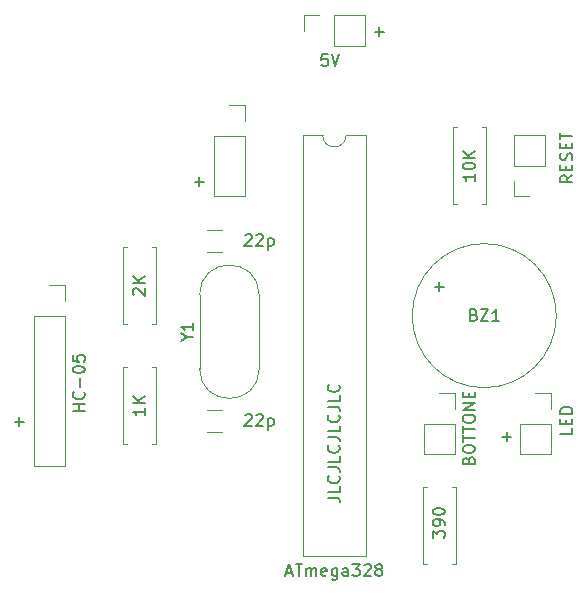
<source format=gbr>
%TF.GenerationSoftware,KiCad,Pcbnew,(5.1.6)-1*%
%TF.CreationDate,2021-01-23T20:41:05+01:00*%
%TF.ProjectId,Ricevitore-Trasmettitore_ATMega328,52696365-7669-4746-9f72-652d54726173,rev?*%
%TF.SameCoordinates,Original*%
%TF.FileFunction,Legend,Top*%
%TF.FilePolarity,Positive*%
%FSLAX46Y46*%
G04 Gerber Fmt 4.6, Leading zero omitted, Abs format (unit mm)*
G04 Created by KiCad (PCBNEW (5.1.6)-1) date 2021-01-23 20:41:05*
%MOMM*%
%LPD*%
G01*
G04 APERTURE LIST*
%ADD10C,0.150000*%
%ADD11C,0.120000*%
G04 APERTURE END LIST*
D10*
X94702380Y-128444047D02*
X95416666Y-128444047D01*
X95559523Y-128491666D01*
X95654761Y-128586904D01*
X95702380Y-128729761D01*
X95702380Y-128825000D01*
X95702380Y-127491666D02*
X95702380Y-127967857D01*
X94702380Y-127967857D01*
X95607142Y-126586904D02*
X95654761Y-126634523D01*
X95702380Y-126777380D01*
X95702380Y-126872619D01*
X95654761Y-127015476D01*
X95559523Y-127110714D01*
X95464285Y-127158333D01*
X95273809Y-127205952D01*
X95130952Y-127205952D01*
X94940476Y-127158333D01*
X94845238Y-127110714D01*
X94750000Y-127015476D01*
X94702380Y-126872619D01*
X94702380Y-126777380D01*
X94750000Y-126634523D01*
X94797619Y-126586904D01*
X94702380Y-125872619D02*
X95416666Y-125872619D01*
X95559523Y-125920238D01*
X95654761Y-126015476D01*
X95702380Y-126158333D01*
X95702380Y-126253571D01*
X95702380Y-124920238D02*
X95702380Y-125396428D01*
X94702380Y-125396428D01*
X95607142Y-124015476D02*
X95654761Y-124063095D01*
X95702380Y-124205952D01*
X95702380Y-124301190D01*
X95654761Y-124444047D01*
X95559523Y-124539285D01*
X95464285Y-124586904D01*
X95273809Y-124634523D01*
X95130952Y-124634523D01*
X94940476Y-124586904D01*
X94845238Y-124539285D01*
X94750000Y-124444047D01*
X94702380Y-124301190D01*
X94702380Y-124205952D01*
X94750000Y-124063095D01*
X94797619Y-124015476D01*
X94702380Y-123301190D02*
X95416666Y-123301190D01*
X95559523Y-123348809D01*
X95654761Y-123444047D01*
X95702380Y-123586904D01*
X95702380Y-123682142D01*
X95702380Y-122348809D02*
X95702380Y-122825000D01*
X94702380Y-122825000D01*
X95607142Y-121444047D02*
X95654761Y-121491666D01*
X95702380Y-121634523D01*
X95702380Y-121729761D01*
X95654761Y-121872619D01*
X95559523Y-121967857D01*
X95464285Y-122015476D01*
X95273809Y-122063095D01*
X95130952Y-122063095D01*
X94940476Y-122015476D01*
X94845238Y-121967857D01*
X94750000Y-121872619D01*
X94702380Y-121729761D01*
X94702380Y-121634523D01*
X94750000Y-121491666D01*
X94797619Y-121444047D01*
X94702380Y-120729761D02*
X95416666Y-120729761D01*
X95559523Y-120777380D01*
X95654761Y-120872619D01*
X95702380Y-121015476D01*
X95702380Y-121110714D01*
X95702380Y-119777380D02*
X95702380Y-120253571D01*
X94702380Y-120253571D01*
X95607142Y-118872619D02*
X95654761Y-118920238D01*
X95702380Y-119063095D01*
X95702380Y-119158333D01*
X95654761Y-119301190D01*
X95559523Y-119396428D01*
X95464285Y-119444047D01*
X95273809Y-119491666D01*
X95130952Y-119491666D01*
X94940476Y-119444047D01*
X94845238Y-119396428D01*
X94750000Y-119301190D01*
X94702380Y-119158333D01*
X94702380Y-119063095D01*
X94750000Y-118920238D01*
X94797619Y-118872619D01*
X74112380Y-121102142D02*
X73112380Y-121102142D01*
X73588571Y-121102142D02*
X73588571Y-120530714D01*
X74112380Y-120530714D02*
X73112380Y-120530714D01*
X74017142Y-119483095D02*
X74064761Y-119530714D01*
X74112380Y-119673571D01*
X74112380Y-119768809D01*
X74064761Y-119911666D01*
X73969523Y-120006904D01*
X73874285Y-120054523D01*
X73683809Y-120102142D01*
X73540952Y-120102142D01*
X73350476Y-120054523D01*
X73255238Y-120006904D01*
X73160000Y-119911666D01*
X73112380Y-119768809D01*
X73112380Y-119673571D01*
X73160000Y-119530714D01*
X73207619Y-119483095D01*
X73731428Y-119054523D02*
X73731428Y-118292619D01*
X73112380Y-117625952D02*
X73112380Y-117530714D01*
X73160000Y-117435476D01*
X73207619Y-117387857D01*
X73302857Y-117340238D01*
X73493333Y-117292619D01*
X73731428Y-117292619D01*
X73921904Y-117340238D01*
X74017142Y-117387857D01*
X74064761Y-117435476D01*
X74112380Y-117530714D01*
X74112380Y-117625952D01*
X74064761Y-117721190D01*
X74017142Y-117768809D01*
X73921904Y-117816428D01*
X73731428Y-117864047D01*
X73493333Y-117864047D01*
X73302857Y-117816428D01*
X73207619Y-117768809D01*
X73160000Y-117721190D01*
X73112380Y-117625952D01*
X73112380Y-116387857D02*
X73112380Y-116864047D01*
X73588571Y-116911666D01*
X73540952Y-116864047D01*
X73493333Y-116768809D01*
X73493333Y-116530714D01*
X73540952Y-116435476D01*
X73588571Y-116387857D01*
X73683809Y-116340238D01*
X73921904Y-116340238D01*
X74017142Y-116387857D01*
X74064761Y-116435476D01*
X74112380Y-116530714D01*
X74112380Y-116768809D01*
X74064761Y-116864047D01*
X74017142Y-116911666D01*
X115387380Y-122562857D02*
X115387380Y-123039047D01*
X114387380Y-123039047D01*
X114863571Y-122229523D02*
X114863571Y-121896190D01*
X115387380Y-121753333D02*
X115387380Y-122229523D01*
X114387380Y-122229523D01*
X114387380Y-121753333D01*
X115387380Y-121324761D02*
X114387380Y-121324761D01*
X114387380Y-121086666D01*
X114435000Y-120943809D01*
X114530238Y-120848571D01*
X114625476Y-120800952D01*
X114815952Y-120753333D01*
X114958809Y-120753333D01*
X115149285Y-120800952D01*
X115244523Y-120848571D01*
X115339761Y-120943809D01*
X115387380Y-121086666D01*
X115387380Y-121324761D01*
X98679047Y-88971428D02*
X99440952Y-88971428D01*
X99060000Y-89352380D02*
X99060000Y-88590476D01*
D11*
%TO.C,BZ1*%
X114040000Y-113030000D02*
G75*
G03*
X114040000Y-113030000I-6100000J0D01*
G01*
%TO.C,22p*%
X85739000Y-107600000D02*
X84481000Y-107600000D01*
X85739000Y-105760000D02*
X84481000Y-105760000D01*
X85739000Y-121000000D02*
X84481000Y-121000000D01*
X85739000Y-122840000D02*
X84481000Y-122840000D01*
%TO.C,+*%
X110938000Y-122174000D02*
X113598000Y-122174000D01*
X110938000Y-122174000D02*
X110938000Y-124774000D01*
X110938000Y-124774000D02*
X113598000Y-124774000D01*
X113598000Y-122174000D02*
X113598000Y-124774000D01*
X113598000Y-119574000D02*
X113598000Y-120904000D01*
X112268000Y-119574000D02*
X113598000Y-119574000D01*
%TO.C,BOTTONE*%
X104140000Y-119574000D02*
X105470000Y-119574000D01*
X105470000Y-119574000D02*
X105470000Y-120904000D01*
X105470000Y-122174000D02*
X105470000Y-124774000D01*
X102810000Y-124774000D02*
X105470000Y-124774000D01*
X102810000Y-122174000D02*
X102810000Y-124774000D01*
X102810000Y-122174000D02*
X105470000Y-122174000D01*
%TO.C,+*%
X85030000Y-97790000D02*
X87690000Y-97790000D01*
X85030000Y-97790000D02*
X85030000Y-102930000D01*
X85030000Y-102930000D02*
X87690000Y-102930000D01*
X87690000Y-97790000D02*
X87690000Y-102930000D01*
X87690000Y-95190000D02*
X87690000Y-96520000D01*
X86360000Y-95190000D02*
X87690000Y-95190000D01*
X69790000Y-113030000D02*
X72450000Y-113030000D01*
X69790000Y-113030000D02*
X69790000Y-125790000D01*
X69790000Y-125790000D02*
X72450000Y-125790000D01*
X72450000Y-113030000D02*
X72450000Y-125790000D01*
X72450000Y-110430000D02*
X72450000Y-111760000D01*
X71120000Y-110430000D02*
X72450000Y-110430000D01*
%TO.C,5V *%
X95250000Y-90230000D02*
X95250000Y-87570000D01*
X95250000Y-90230000D02*
X97850000Y-90230000D01*
X97850000Y-90230000D02*
X97850000Y-87570000D01*
X95250000Y-87570000D02*
X97850000Y-87570000D01*
X92650000Y-87570000D02*
X93980000Y-87570000D01*
X92650000Y-88900000D02*
X92650000Y-87570000D01*
%TO.C,RESET*%
X111760000Y-102930000D02*
X110430000Y-102930000D01*
X110430000Y-102930000D02*
X110430000Y-101600000D01*
X110430000Y-100330000D02*
X110430000Y-97730000D01*
X113090000Y-97730000D02*
X110430000Y-97730000D01*
X113090000Y-100330000D02*
X113090000Y-97730000D01*
X113090000Y-100330000D02*
X110430000Y-100330000D01*
%TO.C,1K*%
X77700000Y-123920000D02*
X77370000Y-123920000D01*
X77370000Y-123920000D02*
X77370000Y-117380000D01*
X77370000Y-117380000D02*
X77700000Y-117380000D01*
X79780000Y-123920000D02*
X80110000Y-123920000D01*
X80110000Y-123920000D02*
X80110000Y-117380000D01*
X80110000Y-117380000D02*
X79780000Y-117380000D01*
%TO.C,2K*%
X80110000Y-107220000D02*
X79780000Y-107220000D01*
X80110000Y-113760000D02*
X80110000Y-107220000D01*
X79780000Y-113760000D02*
X80110000Y-113760000D01*
X77370000Y-107220000D02*
X77700000Y-107220000D01*
X77370000Y-113760000D02*
X77370000Y-107220000D01*
X77700000Y-113760000D02*
X77370000Y-113760000D01*
%TO.C,390*%
X105510000Y-127540000D02*
X105180000Y-127540000D01*
X105510000Y-134080000D02*
X105510000Y-127540000D01*
X105180000Y-134080000D02*
X105510000Y-134080000D01*
X102770000Y-127540000D02*
X103100000Y-127540000D01*
X102770000Y-134080000D02*
X102770000Y-127540000D01*
X103100000Y-134080000D02*
X102770000Y-134080000D01*
%TO.C,10K*%
X105640000Y-103600000D02*
X105310000Y-103600000D01*
X105310000Y-103600000D02*
X105310000Y-97060000D01*
X105310000Y-97060000D02*
X105640000Y-97060000D01*
X107720000Y-103600000D02*
X108050000Y-103600000D01*
X108050000Y-103600000D02*
X108050000Y-97060000D01*
X108050000Y-97060000D02*
X107720000Y-97060000D01*
%TO.C,ATmega328*%
X94250000Y-97730000D02*
X92600000Y-97730000D01*
X92600000Y-97730000D02*
X92600000Y-133410000D01*
X92600000Y-133410000D02*
X97900000Y-133410000D01*
X97900000Y-133410000D02*
X97900000Y-97730000D01*
X97900000Y-97730000D02*
X96250000Y-97730000D01*
X96250000Y-97730000D02*
G75*
G02*
X94250000Y-97730000I-1000000J0D01*
G01*
%TO.C,Y1*%
X83835000Y-117515000D02*
X83835000Y-111265000D01*
X88885000Y-117515000D02*
X88885000Y-111265000D01*
X88885000Y-117515000D02*
G75*
G02*
X83835000Y-117515000I-2525000J0D01*
G01*
X88885000Y-111265000D02*
G75*
G03*
X83835000Y-111265000I-2525000J0D01*
G01*
%TO.C,BZ1*%
D10*
X107059047Y-112958571D02*
X107201904Y-113006190D01*
X107249523Y-113053809D01*
X107297142Y-113149047D01*
X107297142Y-113291904D01*
X107249523Y-113387142D01*
X107201904Y-113434761D01*
X107106666Y-113482380D01*
X106725714Y-113482380D01*
X106725714Y-112482380D01*
X107059047Y-112482380D01*
X107154285Y-112530000D01*
X107201904Y-112577619D01*
X107249523Y-112672857D01*
X107249523Y-112768095D01*
X107201904Y-112863333D01*
X107154285Y-112910952D01*
X107059047Y-112958571D01*
X106725714Y-112958571D01*
X107630476Y-112482380D02*
X108297142Y-112482380D01*
X107630476Y-113482380D01*
X108297142Y-113482380D01*
X109201904Y-113482380D02*
X108630476Y-113482380D01*
X108916190Y-113482380D02*
X108916190Y-112482380D01*
X108820952Y-112625238D01*
X108725714Y-112720476D01*
X108630476Y-112768095D01*
X103749047Y-110561428D02*
X104510952Y-110561428D01*
X104130000Y-110942380D02*
X104130000Y-110180476D01*
%TO.C,22p*%
X87685714Y-106227619D02*
X87733333Y-106180000D01*
X87828571Y-106132380D01*
X88066666Y-106132380D01*
X88161904Y-106180000D01*
X88209523Y-106227619D01*
X88257142Y-106322857D01*
X88257142Y-106418095D01*
X88209523Y-106560952D01*
X87638095Y-107132380D01*
X88257142Y-107132380D01*
X88638095Y-106227619D02*
X88685714Y-106180000D01*
X88780952Y-106132380D01*
X89019047Y-106132380D01*
X89114285Y-106180000D01*
X89161904Y-106227619D01*
X89209523Y-106322857D01*
X89209523Y-106418095D01*
X89161904Y-106560952D01*
X88590476Y-107132380D01*
X89209523Y-107132380D01*
X89638095Y-106465714D02*
X89638095Y-107465714D01*
X89638095Y-106513333D02*
X89733333Y-106465714D01*
X89923809Y-106465714D01*
X90019047Y-106513333D01*
X90066666Y-106560952D01*
X90114285Y-106656190D01*
X90114285Y-106941904D01*
X90066666Y-107037142D01*
X90019047Y-107084761D01*
X89923809Y-107132380D01*
X89733333Y-107132380D01*
X89638095Y-107084761D01*
X87685714Y-121467619D02*
X87733333Y-121420000D01*
X87828571Y-121372380D01*
X88066666Y-121372380D01*
X88161904Y-121420000D01*
X88209523Y-121467619D01*
X88257142Y-121562857D01*
X88257142Y-121658095D01*
X88209523Y-121800952D01*
X87638095Y-122372380D01*
X88257142Y-122372380D01*
X88638095Y-121467619D02*
X88685714Y-121420000D01*
X88780952Y-121372380D01*
X89019047Y-121372380D01*
X89114285Y-121420000D01*
X89161904Y-121467619D01*
X89209523Y-121562857D01*
X89209523Y-121658095D01*
X89161904Y-121800952D01*
X88590476Y-122372380D01*
X89209523Y-122372380D01*
X89638095Y-121705714D02*
X89638095Y-122705714D01*
X89638095Y-121753333D02*
X89733333Y-121705714D01*
X89923809Y-121705714D01*
X90019047Y-121753333D01*
X90066666Y-121800952D01*
X90114285Y-121896190D01*
X90114285Y-122181904D01*
X90066666Y-122277142D01*
X90019047Y-122324761D01*
X89923809Y-122372380D01*
X89733333Y-122372380D01*
X89638095Y-122324761D01*
%TO.C,+*%
X109474047Y-123261428D02*
X110235952Y-123261428D01*
X109855000Y-123642380D02*
X109855000Y-122880476D01*
%TO.C,BOTTONE*%
X106608571Y-125269285D02*
X106656190Y-125126428D01*
X106703809Y-125078809D01*
X106799047Y-125031190D01*
X106941904Y-125031190D01*
X107037142Y-125078809D01*
X107084761Y-125126428D01*
X107132380Y-125221666D01*
X107132380Y-125602619D01*
X106132380Y-125602619D01*
X106132380Y-125269285D01*
X106180000Y-125174047D01*
X106227619Y-125126428D01*
X106322857Y-125078809D01*
X106418095Y-125078809D01*
X106513333Y-125126428D01*
X106560952Y-125174047D01*
X106608571Y-125269285D01*
X106608571Y-125602619D01*
X106132380Y-124412142D02*
X106132380Y-124221666D01*
X106180000Y-124126428D01*
X106275238Y-124031190D01*
X106465714Y-123983571D01*
X106799047Y-123983571D01*
X106989523Y-124031190D01*
X107084761Y-124126428D01*
X107132380Y-124221666D01*
X107132380Y-124412142D01*
X107084761Y-124507380D01*
X106989523Y-124602619D01*
X106799047Y-124650238D01*
X106465714Y-124650238D01*
X106275238Y-124602619D01*
X106180000Y-124507380D01*
X106132380Y-124412142D01*
X106132380Y-123697857D02*
X106132380Y-123126428D01*
X107132380Y-123412142D02*
X106132380Y-123412142D01*
X106132380Y-122935952D02*
X106132380Y-122364523D01*
X107132380Y-122650238D02*
X106132380Y-122650238D01*
X106132380Y-121840714D02*
X106132380Y-121650238D01*
X106180000Y-121555000D01*
X106275238Y-121459761D01*
X106465714Y-121412142D01*
X106799047Y-121412142D01*
X106989523Y-121459761D01*
X107084761Y-121555000D01*
X107132380Y-121650238D01*
X107132380Y-121840714D01*
X107084761Y-121935952D01*
X106989523Y-122031190D01*
X106799047Y-122078809D01*
X106465714Y-122078809D01*
X106275238Y-122031190D01*
X106180000Y-121935952D01*
X106132380Y-121840714D01*
X107132380Y-120983571D02*
X106132380Y-120983571D01*
X107132380Y-120412142D01*
X106132380Y-120412142D01*
X106608571Y-119935952D02*
X106608571Y-119602619D01*
X107132380Y-119459761D02*
X107132380Y-119935952D01*
X106132380Y-119935952D01*
X106132380Y-119459761D01*
%TO.C,+*%
X83439047Y-101671428D02*
X84200952Y-101671428D01*
X83820000Y-102052380D02*
X83820000Y-101290476D01*
X68199047Y-121991428D02*
X68960952Y-121991428D01*
X68580000Y-122372380D02*
X68580000Y-121610476D01*
%TO.C,5V *%
X94678571Y-90892380D02*
X94202380Y-90892380D01*
X94154761Y-91368571D01*
X94202380Y-91320952D01*
X94297619Y-91273333D01*
X94535714Y-91273333D01*
X94630952Y-91320952D01*
X94678571Y-91368571D01*
X94726190Y-91463809D01*
X94726190Y-91701904D01*
X94678571Y-91797142D01*
X94630952Y-91844761D01*
X94535714Y-91892380D01*
X94297619Y-91892380D01*
X94202380Y-91844761D01*
X94154761Y-91797142D01*
X95011904Y-90892380D02*
X95345238Y-91892380D01*
X95678571Y-90892380D01*
%TO.C,RESET*%
X115387380Y-101147380D02*
X114911190Y-101480714D01*
X115387380Y-101718809D02*
X114387380Y-101718809D01*
X114387380Y-101337857D01*
X114435000Y-101242619D01*
X114482619Y-101195000D01*
X114577857Y-101147380D01*
X114720714Y-101147380D01*
X114815952Y-101195000D01*
X114863571Y-101242619D01*
X114911190Y-101337857D01*
X114911190Y-101718809D01*
X114863571Y-100718809D02*
X114863571Y-100385476D01*
X115387380Y-100242619D02*
X115387380Y-100718809D01*
X114387380Y-100718809D01*
X114387380Y-100242619D01*
X115339761Y-99861666D02*
X115387380Y-99718809D01*
X115387380Y-99480714D01*
X115339761Y-99385476D01*
X115292142Y-99337857D01*
X115196904Y-99290238D01*
X115101666Y-99290238D01*
X115006428Y-99337857D01*
X114958809Y-99385476D01*
X114911190Y-99480714D01*
X114863571Y-99671190D01*
X114815952Y-99766428D01*
X114768333Y-99814047D01*
X114673095Y-99861666D01*
X114577857Y-99861666D01*
X114482619Y-99814047D01*
X114435000Y-99766428D01*
X114387380Y-99671190D01*
X114387380Y-99433095D01*
X114435000Y-99290238D01*
X114863571Y-98861666D02*
X114863571Y-98528333D01*
X115387380Y-98385476D02*
X115387380Y-98861666D01*
X114387380Y-98861666D01*
X114387380Y-98385476D01*
X114387380Y-98099761D02*
X114387380Y-97528333D01*
X115387380Y-97814047D02*
X114387380Y-97814047D01*
%TO.C,1K*%
X79192380Y-120864285D02*
X79192380Y-121435714D01*
X79192380Y-121150000D02*
X78192380Y-121150000D01*
X78335238Y-121245238D01*
X78430476Y-121340476D01*
X78478095Y-121435714D01*
X79192380Y-120435714D02*
X78192380Y-120435714D01*
X79192380Y-119864285D02*
X78620952Y-120292857D01*
X78192380Y-119864285D02*
X78763809Y-120435714D01*
%TO.C,2K*%
X78287619Y-111275714D02*
X78240000Y-111228095D01*
X78192380Y-111132857D01*
X78192380Y-110894761D01*
X78240000Y-110799523D01*
X78287619Y-110751904D01*
X78382857Y-110704285D01*
X78478095Y-110704285D01*
X78620952Y-110751904D01*
X79192380Y-111323333D01*
X79192380Y-110704285D01*
X79192380Y-110275714D02*
X78192380Y-110275714D01*
X79192380Y-109704285D02*
X78620952Y-110132857D01*
X78192380Y-109704285D02*
X78763809Y-110275714D01*
%TO.C,390*%
X103592380Y-131841714D02*
X103592380Y-131222666D01*
X103973333Y-131556000D01*
X103973333Y-131413142D01*
X104020952Y-131317904D01*
X104068571Y-131270285D01*
X104163809Y-131222666D01*
X104401904Y-131222666D01*
X104497142Y-131270285D01*
X104544761Y-131317904D01*
X104592380Y-131413142D01*
X104592380Y-131698857D01*
X104544761Y-131794095D01*
X104497142Y-131841714D01*
X104592380Y-130746476D02*
X104592380Y-130556000D01*
X104544761Y-130460761D01*
X104497142Y-130413142D01*
X104354285Y-130317904D01*
X104163809Y-130270285D01*
X103782857Y-130270285D01*
X103687619Y-130317904D01*
X103640000Y-130365523D01*
X103592380Y-130460761D01*
X103592380Y-130651238D01*
X103640000Y-130746476D01*
X103687619Y-130794095D01*
X103782857Y-130841714D01*
X104020952Y-130841714D01*
X104116190Y-130794095D01*
X104163809Y-130746476D01*
X104211428Y-130651238D01*
X104211428Y-130460761D01*
X104163809Y-130365523D01*
X104116190Y-130317904D01*
X104020952Y-130270285D01*
X103592380Y-129651238D02*
X103592380Y-129556000D01*
X103640000Y-129460761D01*
X103687619Y-129413142D01*
X103782857Y-129365523D01*
X103973333Y-129317904D01*
X104211428Y-129317904D01*
X104401904Y-129365523D01*
X104497142Y-129413142D01*
X104544761Y-129460761D01*
X104592380Y-129556000D01*
X104592380Y-129651238D01*
X104544761Y-129746476D01*
X104497142Y-129794095D01*
X104401904Y-129841714D01*
X104211428Y-129889333D01*
X103973333Y-129889333D01*
X103782857Y-129841714D01*
X103687619Y-129794095D01*
X103640000Y-129746476D01*
X103592380Y-129651238D01*
%TO.C,10K*%
X107132380Y-101020476D02*
X107132380Y-101591904D01*
X107132380Y-101306190D02*
X106132380Y-101306190D01*
X106275238Y-101401428D01*
X106370476Y-101496666D01*
X106418095Y-101591904D01*
X106132380Y-100401428D02*
X106132380Y-100306190D01*
X106180000Y-100210952D01*
X106227619Y-100163333D01*
X106322857Y-100115714D01*
X106513333Y-100068095D01*
X106751428Y-100068095D01*
X106941904Y-100115714D01*
X107037142Y-100163333D01*
X107084761Y-100210952D01*
X107132380Y-100306190D01*
X107132380Y-100401428D01*
X107084761Y-100496666D01*
X107037142Y-100544285D01*
X106941904Y-100591904D01*
X106751428Y-100639523D01*
X106513333Y-100639523D01*
X106322857Y-100591904D01*
X106227619Y-100544285D01*
X106180000Y-100496666D01*
X106132380Y-100401428D01*
X107132380Y-99639523D02*
X106132380Y-99639523D01*
X107132380Y-99068095D02*
X106560952Y-99496666D01*
X106132380Y-99068095D02*
X106703809Y-99639523D01*
%TO.C,ATmega328*%
X91202380Y-134786666D02*
X91678571Y-134786666D01*
X91107142Y-135072380D02*
X91440476Y-134072380D01*
X91773809Y-135072380D01*
X91964285Y-134072380D02*
X92535714Y-134072380D01*
X92250000Y-135072380D02*
X92250000Y-134072380D01*
X92869047Y-135072380D02*
X92869047Y-134405714D01*
X92869047Y-134500952D02*
X92916666Y-134453333D01*
X93011904Y-134405714D01*
X93154761Y-134405714D01*
X93250000Y-134453333D01*
X93297619Y-134548571D01*
X93297619Y-135072380D01*
X93297619Y-134548571D02*
X93345238Y-134453333D01*
X93440476Y-134405714D01*
X93583333Y-134405714D01*
X93678571Y-134453333D01*
X93726190Y-134548571D01*
X93726190Y-135072380D01*
X94583333Y-135024761D02*
X94488095Y-135072380D01*
X94297619Y-135072380D01*
X94202380Y-135024761D01*
X94154761Y-134929523D01*
X94154761Y-134548571D01*
X94202380Y-134453333D01*
X94297619Y-134405714D01*
X94488095Y-134405714D01*
X94583333Y-134453333D01*
X94630952Y-134548571D01*
X94630952Y-134643809D01*
X94154761Y-134739047D01*
X95488095Y-134405714D02*
X95488095Y-135215238D01*
X95440476Y-135310476D01*
X95392857Y-135358095D01*
X95297619Y-135405714D01*
X95154761Y-135405714D01*
X95059523Y-135358095D01*
X95488095Y-135024761D02*
X95392857Y-135072380D01*
X95202380Y-135072380D01*
X95107142Y-135024761D01*
X95059523Y-134977142D01*
X95011904Y-134881904D01*
X95011904Y-134596190D01*
X95059523Y-134500952D01*
X95107142Y-134453333D01*
X95202380Y-134405714D01*
X95392857Y-134405714D01*
X95488095Y-134453333D01*
X96392857Y-135072380D02*
X96392857Y-134548571D01*
X96345238Y-134453333D01*
X96250000Y-134405714D01*
X96059523Y-134405714D01*
X95964285Y-134453333D01*
X96392857Y-135024761D02*
X96297619Y-135072380D01*
X96059523Y-135072380D01*
X95964285Y-135024761D01*
X95916666Y-134929523D01*
X95916666Y-134834285D01*
X95964285Y-134739047D01*
X96059523Y-134691428D01*
X96297619Y-134691428D01*
X96392857Y-134643809D01*
X96773809Y-134072380D02*
X97392857Y-134072380D01*
X97059523Y-134453333D01*
X97202380Y-134453333D01*
X97297619Y-134500952D01*
X97345238Y-134548571D01*
X97392857Y-134643809D01*
X97392857Y-134881904D01*
X97345238Y-134977142D01*
X97297619Y-135024761D01*
X97202380Y-135072380D01*
X96916666Y-135072380D01*
X96821428Y-135024761D01*
X96773809Y-134977142D01*
X97773809Y-134167619D02*
X97821428Y-134120000D01*
X97916666Y-134072380D01*
X98154761Y-134072380D01*
X98250000Y-134120000D01*
X98297619Y-134167619D01*
X98345238Y-134262857D01*
X98345238Y-134358095D01*
X98297619Y-134500952D01*
X97726190Y-135072380D01*
X98345238Y-135072380D01*
X98916666Y-134500952D02*
X98821428Y-134453333D01*
X98773809Y-134405714D01*
X98726190Y-134310476D01*
X98726190Y-134262857D01*
X98773809Y-134167619D01*
X98821428Y-134120000D01*
X98916666Y-134072380D01*
X99107142Y-134072380D01*
X99202380Y-134120000D01*
X99250000Y-134167619D01*
X99297619Y-134262857D01*
X99297619Y-134310476D01*
X99250000Y-134405714D01*
X99202380Y-134453333D01*
X99107142Y-134500952D01*
X98916666Y-134500952D01*
X98821428Y-134548571D01*
X98773809Y-134596190D01*
X98726190Y-134691428D01*
X98726190Y-134881904D01*
X98773809Y-134977142D01*
X98821428Y-135024761D01*
X98916666Y-135072380D01*
X99107142Y-135072380D01*
X99202380Y-135024761D01*
X99250000Y-134977142D01*
X99297619Y-134881904D01*
X99297619Y-134691428D01*
X99250000Y-134596190D01*
X99202380Y-134548571D01*
X99107142Y-134500952D01*
%TO.C,Y1*%
X82811190Y-114866190D02*
X83287380Y-114866190D01*
X82287380Y-115199523D02*
X82811190Y-114866190D01*
X82287380Y-114532857D01*
X83287380Y-113675714D02*
X83287380Y-114247142D01*
X83287380Y-113961428D02*
X82287380Y-113961428D01*
X82430238Y-114056666D01*
X82525476Y-114151904D01*
X82573095Y-114247142D01*
%TD*%
M02*

</source>
